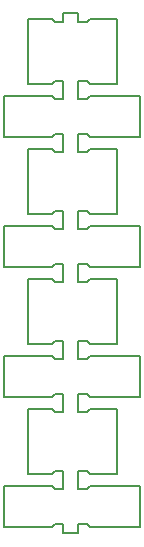
<source format=gm1>
G04 #@! TF.FileFunction,Profile,NP*
%FSLAX46Y46*%
G04 Gerber Fmt 4.6, Leading zero omitted, Abs format (unit mm)*
G04 Created by KiCad (PCBNEW 4.0.6-e0-6349~53~ubuntu16.04.1) date Thu Jul 13 10:15:01 2017*
%MOMM*%
%LPD*%
G01*
G04 APERTURE LIST*
%ADD10C,0.100000*%
%ADD11C,0.150000*%
G04 APERTURE END LIST*
D10*
D11*
X36000000Y-26000000D02*
X37250000Y-26000000D01*
X37250000Y-70000000D02*
X36000000Y-70000000D01*
X40500000Y-48500000D02*
X40500000Y-54000000D01*
X40500000Y-54000000D02*
X38250000Y-54000000D01*
X38250000Y-54000000D02*
X38000000Y-53750000D01*
X38000000Y-53750000D02*
X37250000Y-53750000D01*
X37250000Y-53750000D02*
X37250000Y-55250000D01*
X37250000Y-55250000D02*
X38000000Y-55250000D01*
X38000000Y-55250000D02*
X38250000Y-55000000D01*
X38250000Y-55000000D02*
X42500000Y-55000000D01*
X42500000Y-55000000D02*
X42500000Y-58500000D01*
X42500000Y-58500000D02*
X38250000Y-58500000D01*
X38250000Y-58500000D02*
X38000000Y-58250000D01*
X38000000Y-58250000D02*
X37250000Y-58250000D01*
X36000000Y-58250000D02*
X35250000Y-58250000D01*
X35250000Y-58250000D02*
X35000000Y-58500000D01*
X35000000Y-58500000D02*
X31000000Y-58500000D01*
X31000000Y-58500000D02*
X31000000Y-55000000D01*
X31000000Y-55000000D02*
X35000000Y-55000000D01*
X35000000Y-55000000D02*
X35250000Y-55250000D01*
X35250000Y-55250000D02*
X36000000Y-55250000D01*
X36000000Y-55250000D02*
X36000000Y-53750000D01*
X36000000Y-53750000D02*
X35250000Y-53750000D01*
X35250000Y-53750000D02*
X35000000Y-54000000D01*
X35000000Y-54000000D02*
X33000000Y-54000000D01*
X33000000Y-54000000D02*
X33000000Y-48500000D01*
X33000000Y-48500000D02*
X35000000Y-48500000D01*
X35000000Y-48500000D02*
X35250000Y-48750000D01*
X35250000Y-48750000D02*
X36000000Y-48750000D01*
X36000000Y-48750000D02*
X36000000Y-48000000D01*
X37250000Y-48000000D02*
X37250000Y-48750000D01*
X37250000Y-48750000D02*
X38000000Y-48750000D01*
X38000000Y-48750000D02*
X38250000Y-48500000D01*
X38250000Y-48500000D02*
X40500000Y-48500000D01*
X37250000Y-58250000D02*
X37250000Y-59000000D01*
X36000000Y-58250000D02*
X36000000Y-59000000D01*
X36000000Y-69250000D02*
X36000000Y-70000000D01*
X37250000Y-69250000D02*
X37250000Y-70000000D01*
X38250000Y-59500000D02*
X40500000Y-59500000D01*
X38000000Y-59750000D02*
X38250000Y-59500000D01*
X37250000Y-59750000D02*
X38000000Y-59750000D01*
X37250000Y-59000000D02*
X37250000Y-59750000D01*
X36000000Y-59750000D02*
X36000000Y-59000000D01*
X35250000Y-59750000D02*
X36000000Y-59750000D01*
X35000000Y-59500000D02*
X35250000Y-59750000D01*
X33000000Y-59500000D02*
X35000000Y-59500000D01*
X33000000Y-65000000D02*
X33000000Y-59500000D01*
X35000000Y-65000000D02*
X33000000Y-65000000D01*
X35250000Y-64750000D02*
X35000000Y-65000000D01*
X36000000Y-64750000D02*
X35250000Y-64750000D01*
X36000000Y-66250000D02*
X36000000Y-64750000D01*
X35250000Y-66250000D02*
X36000000Y-66250000D01*
X35000000Y-66000000D02*
X35250000Y-66250000D01*
X31000000Y-66000000D02*
X35000000Y-66000000D01*
X31000000Y-69500000D02*
X31000000Y-66000000D01*
X35000000Y-69500000D02*
X31000000Y-69500000D01*
X35250000Y-69250000D02*
X35000000Y-69500000D01*
X36000000Y-69250000D02*
X35250000Y-69250000D01*
X38000000Y-69250000D02*
X37250000Y-69250000D01*
X38250000Y-69500000D02*
X38000000Y-69250000D01*
X42500000Y-69500000D02*
X38250000Y-69500000D01*
X42500000Y-66000000D02*
X42500000Y-69500000D01*
X38250000Y-66000000D02*
X42500000Y-66000000D01*
X38000000Y-66250000D02*
X38250000Y-66000000D01*
X37250000Y-66250000D02*
X38000000Y-66250000D01*
X37250000Y-64750000D02*
X37250000Y-66250000D01*
X38000000Y-64750000D02*
X37250000Y-64750000D01*
X38250000Y-65000000D02*
X38000000Y-64750000D01*
X40500000Y-65000000D02*
X38250000Y-65000000D01*
X40500000Y-59500000D02*
X40500000Y-65000000D01*
X40500000Y-37500000D02*
X40500000Y-43000000D01*
X40500000Y-43000000D02*
X38250000Y-43000000D01*
X38250000Y-43000000D02*
X38000000Y-42750000D01*
X38000000Y-42750000D02*
X37250000Y-42750000D01*
X37250000Y-42750000D02*
X37250000Y-44250000D01*
X37250000Y-44250000D02*
X38000000Y-44250000D01*
X38000000Y-44250000D02*
X38250000Y-44000000D01*
X38250000Y-44000000D02*
X42500000Y-44000000D01*
X42500000Y-44000000D02*
X42500000Y-47500000D01*
X42500000Y-47500000D02*
X38250000Y-47500000D01*
X38250000Y-47500000D02*
X38000000Y-47250000D01*
X38000000Y-47250000D02*
X37250000Y-47250000D01*
X36000000Y-47250000D02*
X35250000Y-47250000D01*
X35250000Y-47250000D02*
X35000000Y-47500000D01*
X35000000Y-47500000D02*
X31000000Y-47500000D01*
X31000000Y-47500000D02*
X31000000Y-44000000D01*
X31000000Y-44000000D02*
X35000000Y-44000000D01*
X35000000Y-44000000D02*
X35250000Y-44250000D01*
X35250000Y-44250000D02*
X36000000Y-44250000D01*
X36000000Y-44250000D02*
X36000000Y-42750000D01*
X36000000Y-42750000D02*
X35250000Y-42750000D01*
X35250000Y-42750000D02*
X35000000Y-43000000D01*
X35000000Y-43000000D02*
X33000000Y-43000000D01*
X33000000Y-43000000D02*
X33000000Y-37500000D01*
X33000000Y-37500000D02*
X35000000Y-37500000D01*
X35000000Y-37500000D02*
X35250000Y-37750000D01*
X35250000Y-37750000D02*
X36000000Y-37750000D01*
X36000000Y-37750000D02*
X36000000Y-37000000D01*
X37250000Y-37000000D02*
X37250000Y-37750000D01*
X37250000Y-37750000D02*
X38000000Y-37750000D01*
X38000000Y-37750000D02*
X38250000Y-37500000D01*
X38250000Y-37500000D02*
X40500000Y-37500000D01*
X37250000Y-47250000D02*
X37250000Y-48000000D01*
X36000000Y-47250000D02*
X36000000Y-48000000D01*
X36000000Y-36250000D02*
X36000000Y-37000000D01*
X37250000Y-36250000D02*
X37250000Y-37000000D01*
X38250000Y-26500000D02*
X40500000Y-26500000D01*
X38000000Y-26750000D02*
X38250000Y-26500000D01*
X37250000Y-26750000D02*
X38000000Y-26750000D01*
X37250000Y-26000000D02*
X37250000Y-26750000D01*
X36000000Y-26750000D02*
X36000000Y-26000000D01*
X35250000Y-26750000D02*
X36000000Y-26750000D01*
X35000000Y-26500000D02*
X35250000Y-26750000D01*
X33000000Y-26500000D02*
X35000000Y-26500000D01*
X33000000Y-32000000D02*
X33000000Y-26500000D01*
X35000000Y-32000000D02*
X33000000Y-32000000D01*
X35250000Y-31750000D02*
X35000000Y-32000000D01*
X36000000Y-31750000D02*
X35250000Y-31750000D01*
X36000000Y-33250000D02*
X36000000Y-31750000D01*
X35250000Y-33250000D02*
X36000000Y-33250000D01*
X35000000Y-33000000D02*
X35250000Y-33250000D01*
X31000000Y-33000000D02*
X35000000Y-33000000D01*
X31000000Y-36500000D02*
X31000000Y-33000000D01*
X35000000Y-36500000D02*
X31000000Y-36500000D01*
X35250000Y-36250000D02*
X35000000Y-36500000D01*
X36000000Y-36250000D02*
X35250000Y-36250000D01*
X38000000Y-36250000D02*
X37250000Y-36250000D01*
X38250000Y-36500000D02*
X38000000Y-36250000D01*
X42500000Y-36500000D02*
X38250000Y-36500000D01*
X42500000Y-33000000D02*
X42500000Y-36500000D01*
X38250000Y-33000000D02*
X42500000Y-33000000D01*
X38000000Y-33250000D02*
X38250000Y-33000000D01*
X37250000Y-33250000D02*
X38000000Y-33250000D01*
X37250000Y-31750000D02*
X37250000Y-33250000D01*
X38000000Y-31750000D02*
X37250000Y-31750000D01*
X38250000Y-32000000D02*
X38000000Y-31750000D01*
X40500000Y-32000000D02*
X38250000Y-32000000D01*
X40500000Y-26500000D02*
X40500000Y-32000000D01*
M02*

</source>
